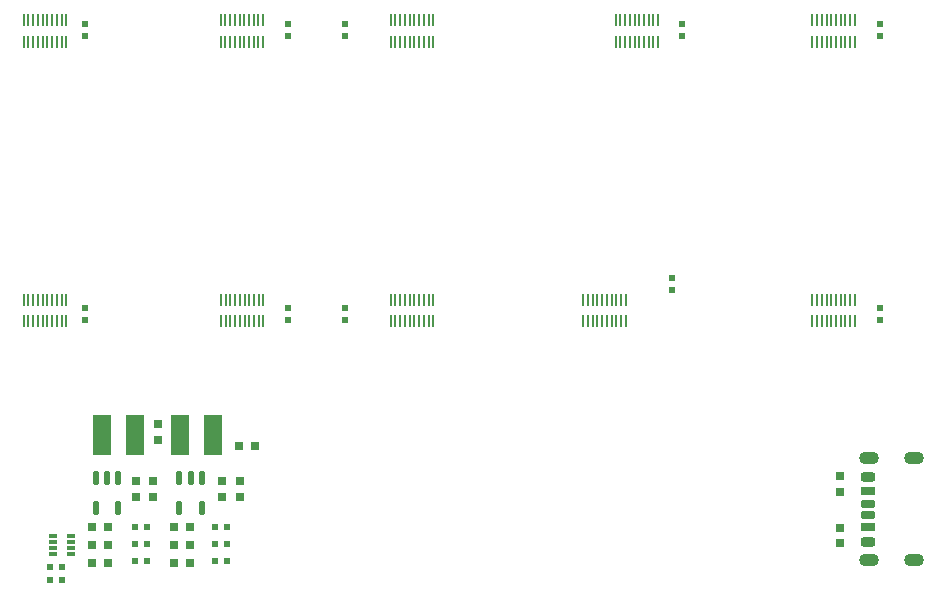
<source format=gbr>
%TF.GenerationSoftware,KiCad,Pcbnew,8.0.1*%
%TF.CreationDate,2025-04-10T18:27:20+05:30*%
%TF.ProjectId,GPIO HAT 2,4750494f-2048-4415-9420-322e6b696361,rev?*%
%TF.SameCoordinates,Original*%
%TF.FileFunction,Paste,Top*%
%TF.FilePolarity,Positive*%
%FSLAX46Y46*%
G04 Gerber Fmt 4.6, Leading zero omitted, Abs format (unit mm)*
G04 Created by KiCad (PCBNEW 8.0.1) date 2025-04-10 18:27:20*
%MOMM*%
%LPD*%
G01*
G04 APERTURE LIST*
G04 Aperture macros list*
%AMRoundRect*
0 Rectangle with rounded corners*
0 $1 Rounding radius*
0 $2 $3 $4 $5 $6 $7 $8 $9 X,Y pos of 4 corners*
0 Add a 4 corners polygon primitive as box body*
4,1,4,$2,$3,$4,$5,$6,$7,$8,$9,$2,$3,0*
0 Add four circle primitives for the rounded corners*
1,1,$1+$1,$2,$3*
1,1,$1+$1,$4,$5*
1,1,$1+$1,$6,$7*
1,1,$1+$1,$8,$9*
0 Add four rect primitives between the rounded corners*
20,1,$1+$1,$2,$3,$4,$5,0*
20,1,$1+$1,$4,$5,$6,$7,0*
20,1,$1+$1,$6,$7,$8,$9,0*
20,1,$1+$1,$8,$9,$2,$3,0*%
G04 Aperture macros list end*
%ADD10R,0.600000X0.500000*%
%ADD11R,0.762000X0.762000*%
%ADD12R,0.500000X0.600000*%
%ADD13R,0.200000X1.000000*%
%ADD14R,1.600000X3.499990*%
%ADD15RoundRect,0.147500X-0.147500X0.457500X-0.147500X-0.457500X0.147500X-0.457500X0.147500X0.457500X0*%
%ADD16RoundRect,0.175000X0.425000X-0.175000X0.425000X0.175000X-0.425000X0.175000X-0.425000X-0.175000X0*%
%ADD17RoundRect,0.190000X-0.410000X0.190000X-0.410000X-0.190000X0.410000X-0.190000X0.410000X0.190000X0*%
%ADD18RoundRect,0.200000X-0.400000X0.200000X-0.400000X-0.200000X0.400000X-0.200000X0.400000X0.200000X0*%
%ADD19RoundRect,0.175000X-0.425000X0.175000X-0.425000X-0.175000X0.425000X-0.175000X0.425000X0.175000X0*%
%ADD20RoundRect,0.190000X0.410000X-0.190000X0.410000X0.190000X-0.410000X0.190000X-0.410000X-0.190000X0*%
%ADD21RoundRect,0.200000X0.400000X-0.200000X0.400000X0.200000X-0.400000X0.200000X-0.400000X-0.200000X0*%
%ADD22O,1.700000X1.100000*%
%ADD23R,0.660000X0.320000*%
G04 APERTURE END LIST*
D10*
%TO.C,R17*%
X235313800Y-112674400D03*
X235313800Y-113674400D03*
%TD*%
D11*
%TO.C,C6*%
X172282240Y-127308200D03*
X172282240Y-128642210D03*
%TD*%
D12*
%TO.C,R7*%
X179029240Y-134077810D03*
X180029240Y-134077810D03*
%TD*%
%TO.C,R4*%
X165043500Y-134533700D03*
X166043500Y-134533700D03*
%TD*%
D13*
%TO.C,U2*%
X183079800Y-88293800D03*
X182679800Y-88293800D03*
X182279800Y-88293800D03*
X181879800Y-88293800D03*
X181479800Y-88293800D03*
X181079800Y-88293800D03*
X180679800Y-88293800D03*
X180279800Y-88293800D03*
X179879800Y-88293800D03*
X179479800Y-88293800D03*
X179479800Y-90093800D03*
X179879800Y-90093800D03*
X180279800Y-90093800D03*
X180679800Y-90093800D03*
X181079800Y-90093800D03*
X181479800Y-90093800D03*
X181879800Y-90093800D03*
X182279800Y-90093800D03*
X182679800Y-90093800D03*
X183079800Y-90093800D03*
%TD*%
D12*
%TO.C,R1*%
X173262800Y-132588000D03*
X172262800Y-132588000D03*
%TD*%
D11*
%TO.C,C9*%
X231937173Y-131231865D03*
X231937173Y-132565875D03*
%TD*%
D13*
%TO.C,U9*%
X213779000Y-111966600D03*
X213379000Y-111966600D03*
X212979000Y-111966600D03*
X212579000Y-111966600D03*
X212179000Y-111966600D03*
X211779000Y-111966600D03*
X211379000Y-111966600D03*
X210979000Y-111966600D03*
X210579000Y-111966600D03*
X210179000Y-111966600D03*
X210179000Y-113766600D03*
X210579000Y-113766600D03*
X210979000Y-113766600D03*
X211379000Y-113766600D03*
X211779000Y-113766600D03*
X212179000Y-113766600D03*
X212579000Y-113766600D03*
X212979000Y-113766600D03*
X213379000Y-113766600D03*
X213779000Y-113766600D03*
%TD*%
D12*
%TO.C,C10*%
X166043500Y-135693500D03*
X165043500Y-135693500D03*
%TD*%
D10*
%TO.C,R14*%
X185178700Y-89585800D03*
X185178700Y-88585800D03*
%TD*%
D11*
%TO.C,C18*%
X181011110Y-124309385D03*
X182345120Y-124309385D03*
%TD*%
%TO.C,C17*%
X179625350Y-127308200D03*
X179625350Y-128642210D03*
%TD*%
%TO.C,C3*%
X168596910Y-131197570D03*
X169930920Y-131197570D03*
%TD*%
D13*
%TO.C,U8*%
X197478400Y-111966600D03*
X197078400Y-111966600D03*
X196678400Y-111966600D03*
X196278400Y-111966600D03*
X195878400Y-111966600D03*
X195478400Y-111966600D03*
X195078400Y-111966600D03*
X194678400Y-111966600D03*
X194278400Y-111966600D03*
X193878400Y-111966600D03*
X193878400Y-113766600D03*
X194278400Y-113766600D03*
X194678400Y-113766600D03*
X195078400Y-113766600D03*
X195478400Y-113766600D03*
X195878400Y-113766600D03*
X196278400Y-113766600D03*
X196678400Y-113766600D03*
X197078400Y-113766600D03*
X197478400Y-113766600D03*
%TD*%
D10*
%TO.C,R8*%
X167970200Y-112674400D03*
X167970200Y-113674400D03*
%TD*%
D12*
%TO.C,C4*%
X173262800Y-131165600D03*
X172262800Y-131165600D03*
%TD*%
D13*
%TO.C,U5*%
X233176400Y-88293800D03*
X232776400Y-88293800D03*
X232376400Y-88293800D03*
X231976400Y-88293800D03*
X231576400Y-88293800D03*
X231176400Y-88293800D03*
X230776400Y-88293800D03*
X230376400Y-88293800D03*
X229976400Y-88293800D03*
X229576400Y-88293800D03*
X229576400Y-90093800D03*
X229976400Y-90093800D03*
X230376400Y-90093800D03*
X230776400Y-90093800D03*
X231176400Y-90093800D03*
X231576400Y-90093800D03*
X231976400Y-90093800D03*
X232376400Y-90093800D03*
X232776400Y-90093800D03*
X233176400Y-90093800D03*
%TD*%
D12*
%TO.C,C15*%
X180029240Y-131165600D03*
X179029240Y-131165600D03*
%TD*%
D10*
%TO.C,R16*%
X235313800Y-89585800D03*
X235313800Y-88585800D03*
%TD*%
%TO.C,R12*%
X218516200Y-89585800D03*
X218516200Y-88585800D03*
%TD*%
D11*
%TO.C,C1*%
X168596910Y-134194685D03*
X169930920Y-134194685D03*
%TD*%
%TO.C,C8*%
X231913353Y-128202310D03*
X231913353Y-126868300D03*
%TD*%
D14*
%TO.C,L1*%
X169434440Y-123366015D03*
X172234440Y-123366015D03*
%TD*%
D11*
%TO.C,C5*%
X173780840Y-127309985D03*
X173780840Y-128643995D03*
%TD*%
D13*
%TO.C,U3*%
X197478400Y-88293800D03*
X197078400Y-88293800D03*
X196678400Y-88293800D03*
X196278400Y-88293800D03*
X195878400Y-88293800D03*
X195478400Y-88293800D03*
X195078400Y-88293800D03*
X194678400Y-88293800D03*
X194278400Y-88293800D03*
X193878400Y-88293800D03*
X193878400Y-90093800D03*
X194278400Y-90093800D03*
X194678400Y-90093800D03*
X195078400Y-90093800D03*
X195478400Y-90093800D03*
X195878400Y-90093800D03*
X196278400Y-90093800D03*
X196678400Y-90093800D03*
X197078400Y-90093800D03*
X197478400Y-90093800D03*
%TD*%
D11*
%TO.C,C16*%
X181113910Y-127309985D03*
X181113910Y-128643995D03*
%TD*%
D12*
%TO.C,R2*%
X172262800Y-134077810D03*
X173262800Y-134077810D03*
%TD*%
D15*
%TO.C,U11*%
X170799160Y-127037595D03*
X169849160Y-127037595D03*
X168899160Y-127037595D03*
X168899160Y-129547595D03*
X170799160Y-129547595D03*
%TD*%
D11*
%TO.C,C13*%
X175524930Y-132697955D03*
X176858940Y-132697955D03*
%TD*%
D13*
%TO.C,U10*%
X233176400Y-111966600D03*
X232776400Y-111966600D03*
X232376400Y-111966600D03*
X231976400Y-111966600D03*
X231576400Y-111966600D03*
X231176400Y-111966600D03*
X230776400Y-111966600D03*
X230376400Y-111966600D03*
X229976400Y-111966600D03*
X229576400Y-111966600D03*
X229576400Y-113766600D03*
X229976400Y-113766600D03*
X230376400Y-113766600D03*
X230776400Y-113766600D03*
X231176400Y-113766600D03*
X231576400Y-113766600D03*
X231976400Y-113766600D03*
X232376400Y-113766600D03*
X232776400Y-113766600D03*
X233176400Y-113766600D03*
%TD*%
%TO.C,U4*%
X216522200Y-88293800D03*
X216122200Y-88293800D03*
X215722200Y-88293800D03*
X215322200Y-88293800D03*
X214922200Y-88293800D03*
X214522200Y-88293800D03*
X214122200Y-88293800D03*
X213722200Y-88293800D03*
X213322200Y-88293800D03*
X212922200Y-88293800D03*
X212922200Y-90093800D03*
X213322200Y-90093800D03*
X213722200Y-90093800D03*
X214122200Y-90093800D03*
X214522200Y-90093800D03*
X214922200Y-90093800D03*
X215322200Y-90093800D03*
X215722200Y-90093800D03*
X216122200Y-90093800D03*
X216522200Y-90093800D03*
%TD*%
D10*
%TO.C,R15*%
X190042800Y-112674400D03*
X190042800Y-113674400D03*
%TD*%
%TO.C,R9*%
X167970200Y-89585800D03*
X167970200Y-88585800D03*
%TD*%
%TO.C,R11*%
X190042800Y-89585800D03*
X190042800Y-88585800D03*
%TD*%
%TO.C,R10*%
X185178700Y-112674400D03*
X185178700Y-113674400D03*
%TD*%
D13*
%TO.C,U1*%
X166402800Y-88293800D03*
X166002800Y-88293800D03*
X165602800Y-88293800D03*
X165202800Y-88293800D03*
X164802800Y-88293800D03*
X164402800Y-88293800D03*
X164002800Y-88293800D03*
X163602800Y-88293800D03*
X163202800Y-88293800D03*
X162802800Y-88293800D03*
X162802800Y-90093800D03*
X163202800Y-90093800D03*
X163602800Y-90093800D03*
X164002800Y-90093800D03*
X164402800Y-90093800D03*
X164802800Y-90093800D03*
X165202800Y-90093800D03*
X165602800Y-90093800D03*
X166002800Y-90093800D03*
X166402800Y-90093800D03*
%TD*%
D16*
%TO.C,J23*%
X234279600Y-130198400D03*
D17*
X234279600Y-128178400D03*
D18*
X234279600Y-126948400D03*
D19*
X234279600Y-129198400D03*
D20*
X234279600Y-131218400D03*
D21*
X234279600Y-132448400D03*
D22*
X234359600Y-134018400D03*
X238159600Y-134018400D03*
X234359600Y-125378400D03*
X238159600Y-125378400D03*
%TD*%
D12*
%TO.C,R6*%
X180029240Y-132588000D03*
X179029240Y-132588000D03*
%TD*%
D10*
%TO.C,R13*%
X217678000Y-110134400D03*
X217678000Y-111134400D03*
%TD*%
D15*
%TO.C,U12*%
X177886400Y-127037595D03*
X176936400Y-127037595D03*
X175986400Y-127037595D03*
X175986400Y-129547595D03*
X177886400Y-129547595D03*
%TD*%
D13*
%TO.C,U7*%
X183096200Y-111966600D03*
X182696200Y-111966600D03*
X182296200Y-111966600D03*
X181896200Y-111966600D03*
X181496200Y-111966600D03*
X181096200Y-111966600D03*
X180696200Y-111966600D03*
X180296200Y-111966600D03*
X179896200Y-111966600D03*
X179496200Y-111966600D03*
X179496200Y-113766600D03*
X179896200Y-113766600D03*
X180296200Y-113766600D03*
X180696200Y-113766600D03*
X181096200Y-113766600D03*
X181496200Y-113766600D03*
X181896200Y-113766600D03*
X182296200Y-113766600D03*
X182696200Y-113766600D03*
X183096200Y-113766600D03*
%TD*%
D11*
%TO.C,C12*%
X175524930Y-134194685D03*
X176858940Y-134194685D03*
%TD*%
D14*
%TO.C,L2*%
X176044400Y-123367800D03*
X178844400Y-123367800D03*
%TD*%
D11*
%TO.C,C7*%
X174167160Y-123808285D03*
X174167160Y-122474275D03*
%TD*%
D13*
%TO.C,U6*%
X166402800Y-111966600D03*
X166002800Y-111966600D03*
X165602800Y-111966600D03*
X165202800Y-111966600D03*
X164802800Y-111966600D03*
X164402800Y-111966600D03*
X164002800Y-111966600D03*
X163602800Y-111966600D03*
X163202800Y-111966600D03*
X162802800Y-111966600D03*
X162802800Y-113766600D03*
X163202800Y-113766600D03*
X163602800Y-113766600D03*
X164002800Y-113766600D03*
X164402800Y-113766600D03*
X164802800Y-113766600D03*
X165202800Y-113766600D03*
X165602800Y-113766600D03*
X166002800Y-113766600D03*
X166402800Y-113766600D03*
%TD*%
D11*
%TO.C,C2*%
X168596910Y-132697955D03*
X169930920Y-132697955D03*
%TD*%
%TO.C,C14*%
X175524930Y-131197570D03*
X176858940Y-131197570D03*
%TD*%
D23*
%TO.C,U13*%
X166769100Y-133454900D03*
X166769100Y-132954900D03*
X166769100Y-132454900D03*
X166769100Y-131954900D03*
X165299100Y-131954900D03*
X165299100Y-132454900D03*
X165299100Y-132954900D03*
X165299100Y-133454900D03*
%TD*%
M02*

</source>
